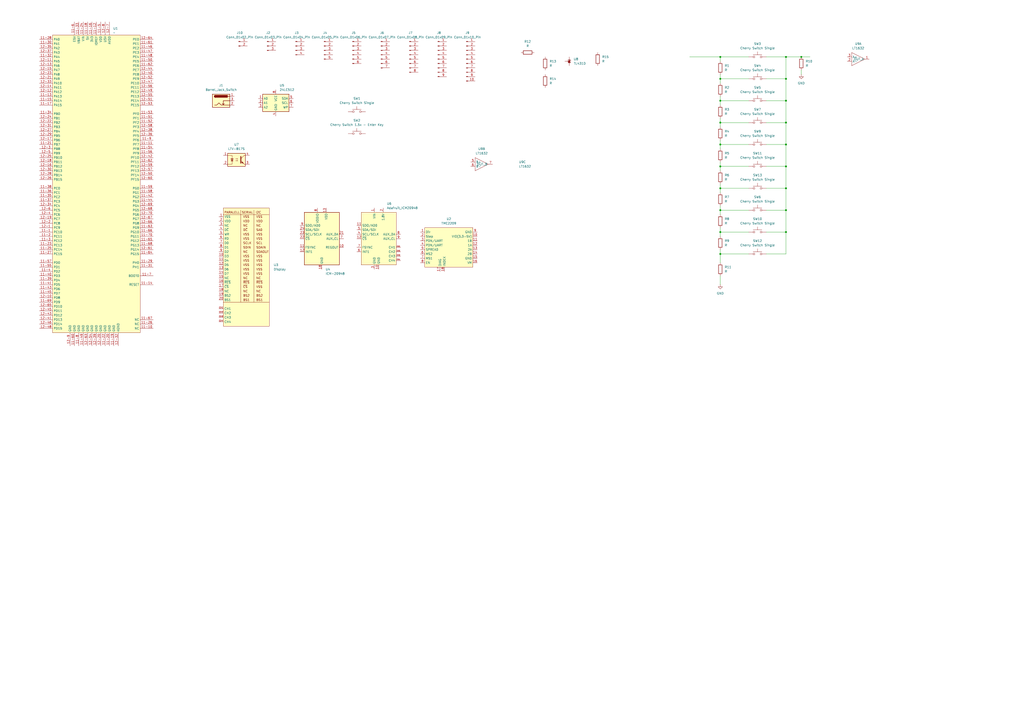
<source format=kicad_sch>
(kicad_sch (version 20250114) (generator "eeschema") (generator_version "9.0")
  (paper "A2")
  (lib_symbols
    (symbol "Connector:Barrel_Jack_Switch" (pin_names (hide yes))
      (property "Reference" "J" (at 0 5.334 0))
      (property "Value" "Barrel_Jack_Switch" (at 0 -5.08 0))
      (symbol "Barrel_Jack_Switch_1_1"
        (pin passive line (at 7.62 2.54 180) (length 2.54) (name "~") (number "1"))
        (pin passive line (at 7.62 0 180) (length 2.54) (name "~") (number "3"))
        (pin passive line (at 7.62 -2.54 180) (length 2.54) (name "~") (number "2"))
      )
    )
    (symbol "Connector:Conn_01x02_Pin" (pin_names (offset 1.016) (hide yes))
      (property "Reference" "J" (at 0 2.54 0))
      (property "Value" "Conn_01x02_Pin" (at 0 -5.08 0))
      (symbol "Conn_01x02_Pin_1_1"
        (pin passive line (at 5.08 0 180) (length 3.81) (name "Pin_1") (number "1"))
        (pin passive line (at 5.08 -2.54 180) (length 3.81) (name "Pin_2") (number "2"))
      )
    )
    (symbol "Connector:Conn_01x03_Pin" (pin_names (offset 1.016) (hide yes))
      (property "Reference" "J" (at 0 5.08 0))
      (property "Value" "Conn_01x03_Pin" (at 0 -5.08 0))
      (symbol "Conn_01x03_Pin_1_1"
        (pin passive line (at 5.08 2.54 180) (length 3.81) (name "Pin_1") (number "1"))
        (pin passive line (at 5.08 0 180) (length 3.81) (name "Pin_2") (number "2"))
        (pin passive line (at 5.08 -2.54 180) (length 3.81) (name "Pin_3") (number "3"))
      )
    )
    (symbol "Connector:Conn_01x04_Pin" (pin_names (offset 1.016) (hide yes))
      (property "Reference" "J" (at 0 5.08 0))
      (property "Value" "Conn_01x04_Pin" (at 0 -7.62 0))
      (symbol "Conn_01x04_Pin_1_1"
        (pin passive line (at 5.08 2.54 180) (length 3.81) (name "Pin_1") (number "1"))
        (pin passive line (at 5.08 0 180) (length 3.81) (name "Pin_2") (number "2"))
        (pin passive line (at 5.08 -2.54 180) (length 3.81) (name "Pin_3") (number "3"))
        (pin passive line (at 5.08 -5.08 180) (length 3.81) (name "Pin_4") (number "4"))
      )
    )
    (symbol "Connector:Conn_01x05_Pin" (pin_names (offset 1.016) (hide yes))
      (property "Reference" "J" (at 0 7.62 0))
      (property "Value" "Conn_01x05_Pin" (at 0 -7.62 0))
      (symbol "Conn_01x05_Pin_1_1"
        (pin passive line (at 5.08 5.08 180) (length 3.81) (name "Pin_1") (number "1"))
        (pin passive line (at 5.08 2.54 180) (length 3.81) (name "Pin_2") (number "2"))
        (pin passive line (at 5.08 0 180) (length 3.81) (name "Pin_3") (number "3"))
        (pin passive line (at 5.08 -2.54 180) (length 3.81) (name "Pin_4") (number "4"))
        (pin passive line (at 5.08 -5.08 180) (length 3.81) (name "Pin_5") (number "5"))
      )
    )
    (symbol "Connector:Conn_01x06_Pin" (pin_names (offset 1.016) (hide yes))
      (property "Reference" "J" (at 0 7.62 0))
      (property "Value" "Conn_01x06_Pin" (at 0 -10.16 0))
      (symbol "Conn_01x06_Pin_1_1"
        (pin passive line (at 5.08 5.08 180) (length 3.81) (name "Pin_1") (number "1"))
        (pin passive line (at 5.08 2.54 180) (length 3.81) (name "Pin_2") (number "2"))
        (pin passive line (at 5.08 0 180) (length 3.81) (name "Pin_3") (number "3"))
        (pin passive line (at 5.08 -2.54 180) (length 3.81) (name "Pin_4") (number "4"))
        (pin passive line (at 5.08 -5.08 180) (length 3.81) (name "Pin_5") (number "5"))
        (pin passive line (at 5.08 -7.62 180) (length 3.81) (name "Pin_6") (number "6"))
      )
    )
    (symbol "Connector:Conn_01x07_Pin" (pin_names (offset 1.016) (hide yes))
      (property "Reference" "J" (at 0 10.16 0))
      (property "Value" "Conn_01x07_Pin" (at 0 -10.16 0))
      (symbol "Conn_01x07_Pin_1_1"
        (pin passive line (at 5.08 7.62 180) (length 3.81) (name "Pin_1") (number "1"))
        (pin passive line (at 5.08 5.08 180) (length 3.81) (name "Pin_2") (number "2"))
        (pin passive line (at 5.08 2.54 180) (length 3.81) (name "Pin_3") (number "3"))
        (pin passive line (at 5.08 0 180) (length 3.81) (name "Pin_4") (number "4"))
        (pin passive line (at 5.08 -2.54 180) (length 3.81) (name "Pin_5") (number "5"))
        (pin passive line (at 5.08 -5.08 180) (length 3.81) (name "Pin_6") (number "6"))
        (pin passive line (at 5.08 -7.62 180) (length 3.81) (name "Pin_7") (number "7"))
      )
    )
    (symbol "Connector:Conn_01x08_Pin" (pin_names (offset 1.016) (hide yes))
      (property "Reference" "J" (at 0 10.16 0))
      (property "Value" "Conn_01x08_Pin" (at 0 -12.7 0))
      (symbol "Conn_01x08_Pin_1_1"
        (pin passive line (at 5.08 7.62 180) (length 3.81) (name "Pin_1") (number "1"))
        (pin passive line (at 5.08 5.08 180) (length 3.81) (name "Pin_2") (number "2"))
        (pin passive line (at 5.08 2.54 180) (length 3.81) (name "Pin_3") (number "3"))
        (pin passive line (at 5.08 0 180) (length 3.81) (name "Pin_4") (number "4"))
        (pin passive line (at 5.08 -2.54 180) (length 3.81) (name "Pin_5") (number "5"))
        (pin passive line (at 5.08 -5.08 180) (length 3.81) (name "Pin_6") (number "6"))
        (pin passive line (at 5.08 -7.62 180) (length 3.81) (name "Pin_7") (number "7"))
        (pin passive line (at 5.08 -10.16 180) (length 3.81) (name "Pin_8") (number "8"))
      )
    )
    (symbol "Connector:Conn_01x09_Pin" (pin_names (offset 1.016) (hide yes))
      (property "Reference" "J" (at 0 12.7 0))
      (property "Value" "Conn_01x09_Pin" (at 0 -12.7 0))
      (symbol "Conn_01x09_Pin_1_1"
        (pin passive line (at 5.08 10.16 180) (length 3.81) (name "Pin_1") (number "1"))
        (pin passive line (at 5.08 7.62 180) (length 3.81) (name "Pin_2") (number "2"))
        (pin passive line (at 5.08 5.08 180) (length 3.81) (name "Pin_3") (number "3"))
        (pin passive line (at 5.08 2.54 180) (length 3.81) (name "Pin_4") (number "4"))
        (pin passive line (at 5.08 0 180) (length 3.81) (name "Pin_5") (number "5"))
        (pin passive line (at 5.08 -2.54 180) (length 3.81) (name "Pin_6") (number "6"))
        (pin passive line (at 5.08 -5.08 180) (length 3.81) (name "Pin_7") (number "7"))
        (pin passive line (at 5.08 -7.62 180) (length 3.81) (name "Pin_8") (number "8"))
        (pin passive line (at 5.08 -10.16 180) (length 3.81) (name "Pin_9") (number "9"))
      )
    )
    (symbol "Connector:Conn_01x10_Pin" (pin_names (offset 1.016) (hide yes))
      (property "Reference" "J" (at 0 12.7 0))
      (property "Value" "Conn_01x10_Pin" (at 0 -15.24 0))
      (symbol "Conn_01x10_Pin_1_1"
        (pin passive line (at 5.08 10.16 180) (length 3.81) (name "Pin_1") (number "1"))
        (pin passive line (at 5.08 7.62 180) (length 3.81) (name "Pin_2") (number "2"))
        (pin passive line (at 5.08 5.08 180) (length 3.81) (name "Pin_3") (number "3"))
        (pin passive line (at 5.08 2.54 180) (length 3.81) (name "Pin_4") (number "4"))
        (pin passive line (at 5.08 0 180) (length 3.81) (name "Pin_5") (number "5"))
        (pin passive line (at 5.08 -2.54 180) (length 3.81) (name "Pin_6") (number "6"))
        (pin passive line (at 5.08 -5.08 180) (length 3.81) (name "Pin_7") (number "7"))
        (pin passive line (at 5.08 -7.62 180) (length 3.81) (name "Pin_8") (number "8"))
        (pin passive line (at 5.08 -10.16 180) (length 3.81) (name "Pin_9") (number "9"))
        (pin passive line (at 5.08 -12.7 180) (length 3.81) (name "Pin_10") (number "10"))
      )
    )
    (symbol "Device:R" (pin_numbers (hide yes)) (pin_names (offset 0))
      (property "Reference" "R" (at 2.032 0 90))
      (property "Value" "R" (at 0 0 90))
      (symbol "R_1_1"
        (pin passive line (at 0 3.81 270) (length 1.27) (name "~") (number "1"))
        (pin passive line (at 0 -3.81 90) (length 1.27) (name "~") (number "2"))
      )
    )
    (symbol "Isolator:LTV-817S" (pin_names (offset 1.016))
      (property "Reference" "U" (at -3.81 5.08 0))
      (property "Value" "LTV-817S" (at 0 -5.08 0))
      (symbol "LTV-817S_1_1"
        (pin passive line (at -7.62 2.54 0) (length 2.54) (name "~") (number "1"))
        (pin passive line (at -7.62 -2.54 0) (length 2.54) (name "~") (number "2"))
        (pin passive line (at 7.62 2.54 180) (length 2.54) (name "~") (number "4"))
        (pin passive line (at 7.62 -2.54 180) (length 2.54) (name "~") (number "3"))
      )
    )
    (symbol "LT1632_1"
      (property "Reference" "U" (at 0.508 9.144 0))
      (property "Value" "LT1632" (at 0 0 0))
      (symbol "LT1632_1_1_1"
        (pin input line (at -2.54 5.08 0) (length 2.54) (name "A+") (number "3"))
        (pin input line (at -2.54 2.54 0) (length 2.54) (name "A-") (number "2"))
        (pin output line (at 10.16 3.81 180) (length 2.54) (name "OUT_A") (number "1"))
      )
      (symbol "LT1632_1_2_1"
        (pin input line (at -2.54 5.08 0) (length 2.54) (name "B+") (number "5"))
        (pin input line (at -2.54 2.54 0) (length 2.54) (name "B-") (number "6"))
        (pin output line (at 10.16 3.81 180) (length 2.54) (name "OUT_B") (number "7"))
      )
      (symbol "LT1632_1_3_1"
        (pin power_in line (at 2.54 8.89 270) (length 2.54) (hide yes) (name "V+") (number "8"))
        (pin power_in line (at 2.54 -1.27 90) (length 2.54) (hide yes) (name "V-") (number "4"))
      )
    )
    (symbol "Memory_EEPROM:24LC512"
      (property "Reference" "U" (at -6.35 6.35 0))
      (property "Value" "24LC512" (at 1.27 6.35 0))
      (symbol "24LC512_1_1"
        (pin input line (at -10.16 2.54 0) (length 2.54) (name "A0") (number "1"))
        (pin input line (at -10.16 0 0) (length 2.54) (name "A1") (number "2"))
        (pin input line (at -10.16 -2.54 0) (length 2.54) (name "A2") (number "3"))
        (pin power_in line (at 0 7.62 270) (length 2.54) (name "VCC") (number "8"))
        (pin power_in line (at 0 -7.62 90) (length 2.54) (name "GND") (number "4"))
        (pin bidirectional line (at 10.16 2.54 180) (length 2.54) (name "SDA") (number "5"))
        (pin input line (at 10.16 0 180) (length 2.54) (name "SCL") (number "6"))
        (pin input line (at 10.16 -2.54 180) (length 2.54) (name "WP") (number "7"))
      )
    )
    (symbol "Reference_Voltage:TL431D" (pin_numbers (hide yes)) (pin_names (hide yes))
      (property "Reference" "U" (at 0 -2.54 0))
      (property "Value" "TL431D" (at 0 -4.445 0))
      (symbol "TL431D_1_1"
        (pin passive line (at -2.54 0 0) (length 2.54) (name "A") (number "2"))
        (pin passive line (at -2.54 0 0) (length 2.54) (hide yes) (name "A") (number "3"))
        (pin passive line (at -2.54 0 0) (length 2.54) (hide yes) (name "A") (number "6"))
        (pin passive line (at -2.54 0 0) (length 2.54) (hide yes) (name "A") (number "7"))
        (pin passive line (at 0 2.54 270) (length 2.54) (name "REF") (number "8"))
        (pin passive line (at 2.54 0 180) (length 2.54) (name "K") (number "1"))
      )
    )
    (symbol "Sensor_Motion:ICM-20948"
      (property "Reference" "U" (at -11.43 16.51 0))
      (property "Value" "ICM-20948" (at 7.62 -16.51 0))
      (symbol "ICM-20948_1_1"
        (pin bidirectional line (at -12.7 7.62 0) (length 2.54) (name "SDO/AD0") (number "9"))
        (pin bidirectional line (at -12.7 5.08 0) (length 2.54) (name "SDA/SDI") (number "24"))
        (pin input line (at -12.7 2.54 0) (length 2.54) (name "SCL/SCLK") (number "23"))
        (pin input line (at -12.7 0 0) (length 2.54) (name "~{CS}") (number "22"))
        (pin input line (at -12.7 -5.08 0) (length 2.54) (name "FSYNC") (number "11"))
        (pin output line (at -12.7 -7.62 0) (length 2.54) (name "INT1") (number "12"))
        (pin no_connect line (at -10.16 12.7 0) (length 2.54) (hide yes) (name "NC") (number "1"))
        (pin no_connect line (at -10.16 10.16 0) (length 2.54) (hide yes) (name "NC") (number "2"))
        (pin no_connect line (at -10.16 -2.54 0) (length 2.54) (hide yes) (name "NC") (number "3"))
        (pin no_connect line (at -10.16 -10.16 0) (length 2.54) (hide yes) (name "NC") (number "4"))
        (pin no_connect line (at -10.16 -12.7 0) (length 2.54) (hide yes) (name "NC") (number "5"))
        (pin power_in line (at -2.54 17.78 270) (length 2.54) (name "VDDIO") (number "8"))
        (pin power_in line (at 0 -17.78 90) (length 2.54) (name "GND") (number "18"))
        (pin passive line (at 0 -17.78 90) (length 2.54) (hide yes) (name "GND") (number "20"))
        (pin power_in line (at 2.54 17.78 270) (length 2.54) (name "VDD") (number "13"))
        (pin no_connect line (at 10.16 10.16 180) (length 2.54) (hide yes) (name "NC") (number "6"))
        (pin no_connect line (at 10.16 7.62 180) (length 2.54) (hide yes) (name "NC") (number "14"))
        (pin no_connect line (at 10.16 5.08 180) (length 2.54) (hide yes) (name "NC") (number "15"))
        (pin no_connect line (at 10.16 -7.62 180) (length 2.54) (hide yes) (name "NC") (number "16"))
        (pin no_connect line (at 10.16 -10.16 180) (length 2.54) (hide yes) (name "NC") (number "17"))
        (pin no_connect line (at 10.16 -12.7 180) (length 2.54) (hide yes) (name "RESV") (number "19"))
        (pin bidirectional line (at 12.7 2.54 180) (length 2.54) (name "AUX_DA") (number "21"))
        (pin output line (at 12.7 0 180) (length 2.54) (name "AUX_CL") (number "7"))
        (pin passive line (at 12.7 -5.08 180) (length 2.54) (name "REGOUT") (number "10"))
      )
    )
    (symbol "Switch:SW_Push" (pin_numbers (hide yes)) (pin_names (offset 1.016) (hide yes))
      (property "Reference" "SW" (at 1.27 2.54 0))
      (property "Value" "SW_Push" (at 0 -1.524 0))
      (symbol "SW_Push_0_1"
        (pin passive line (at -5.08 0 0) (length 2.54) (name "1") (number "1"))
        (pin passive line (at 5.08 0 180) (length 2.54) (name "2") (number "2"))
      )
    )
    (symbol "SymbolLib:Adafruit_ICM20948"
      (property "Reference" "U" (at 1.016 31.75 0))
      (property "Value" "Adafruit_ICM20948" (at 0 0 0))
      (symbol "Adafruit_ICM20948_1_1"
        (pin input line (at -2.54 22.86 0) (length 2.54) (name "SDO/AD0") (number "11"))
        (pin input line (at -2.54 20.32 0) (length 2.54) (name "SDA/SDI") (number "5"))
        (pin input line (at -2.54 17.78 0) (length 2.54) (name "SCL/SCLK") (number "4"))
        (pin input line (at -2.54 15.24 0) (length 2.54) (name "~{CS}") (number "12"))
        (pin input line (at -2.54 10.16 0) (length 2.54) (name "FSYNC") (number "7"))
        (pin input line (at -2.54 7.62 0) (length 2.54) (name "INT1") (number "6"))
        (pin input line (at 7.62 33.02 270) (length 2.54) (name "VIN") (number "1"))
        (pin input line (at 7.62 -2.54 90) (length 2.54) (name "GND") (number "3"))
        (pin input line (at 10.16 -2.54 90) (length 2.54) (name "GND") (number "10"))
        (pin input line (at 12.7 33.02 270) (length 2.54) (name "1.8V") (number "2"))
        (pin input line (at 22.86 17.78 180) (length 2.54) (name "AUX_DA") (number "8"))
        (pin input line (at 22.86 15.24 180) (length 2.54) (name "AUX_CL") (number "9"))
        (pin input line (at 22.86 10.16 180) (length 2.54) (name "CH1") (number "CH1"))
        (pin input line (at 22.86 7.62 180) (length 2.54) (name "CH2") (number "CH2"))
        (pin input line (at 22.86 5.08 180) (length 2.54) (name "CH3") (number "CH3"))
        (pin input line (at 22.86 2.54 180) (length 2.54) (name "CH4") (number "CH4"))
      )
    )
    (symbol "SymbolLib:LT1632"
      (property "Reference" "U" (at 0.508 9.144 0))
      (property "Value" "LT1632" (at 0 0 0))
      (symbol "LT1632_1_1"
        (pin input line (at -2.54 5.08 0) (length 2.54) (name "A+") (number "3"))
        (pin input line (at -2.54 2.54 0) (length 2.54) (name "A-") (number "2"))
        (pin output line (at 10.16 3.81 180) (length 2.54) (name "OUT_A") (number "1"))
      )
      (symbol "LT1632_2_1"
        (pin input line (at -2.54 5.08 0) (length 2.54) (name "B+") (number "5"))
        (pin input line (at -2.54 2.54 0) (length 2.54) (name "B-") (number "6"))
        (pin output line (at 10.16 3.81 180) (length 2.54) (name "OUT_B") (number "7"))
      )
      (symbol "LT1632_3_1"
        (pin power_in line (at 2.54 8.89 270) (length 2.54) (hide yes) (name "V+") (number "8"))
        (pin power_in line (at 2.54 -1.27 90) (length 2.54) (hide yes) (name "V-") (number "4"))
      )
    )
    (symbol "SymbolLib:NHD-2.23-12832UCB3"
      (property "Reference" "U" (at 20.32 72.39 0))
      (property "Value" "Display" (at 22.86 69.85 0))
      (symbol "NHD-2.23-12832UCB3_1_1"
        (text "PARALELL" (at 5.08 66.04 0) (effects (font (size 1.27 1.27))))
        (text "VSS" (at 11.43 63.5 0) (effects (font (size 1.27 1.27)) (justify left)))
        (text "VDD" (at 11.43 60.96 0) (effects (font (size 1.27 1.27)) (justify left)))
        (text "NC" (at 11.43 58.42 0) (effects (font (size 1.27 1.27)) (justify left)))
        (text "D~{C}" (at 11.43 55.88 0) (effects (font (size 1.27 1.27)) (justify left)))
        (text "VSS" (at 11.43 53.34 0) (effects (font (size 1.27 1.27)) (justify left)))
        (text "VSS" (at 11.43 50.8 0) (effects (font (size 1.27 1.27)) (justify left)))
        (text "SCLK" (at 11.43 48.26 0) (effects (font (size 1.27 1.27)) (justify left)))
        (text "SDIN" (at 11.43 45.72 0) (effects (font (size 1.27 1.27)) (justify left)))
        (text "NC" (at 11.43 43.18 0) (effects (font (size 1.27 1.27)) (justify left)))
        (text "VSS" (at 11.43 40.64 0) (effects (font (size 1.27 1.27)) (justify left)))
        (text "VSS" (at 11.43 38.1 0) (effects (font (size 1.27 1.27)) (justify left)))
        (text "VSS" (at 11.43 35.56 0) (effects (font (size 1.27 1.27)) (justify left)))
        (text "VSS" (at 11.43 33.02 0) (effects (font (size 1.27 1.27)) (justify left)))
        (text "VSS" (at 11.43 30.48 0) (effects (font (size 1.27 1.27)) (justify left)))
        (text "NC" (at 11.43 27.94 0) (effects (font (size 1.27 1.27)) (justify left)))
        (text "~{RES}" (at 11.43 25.4 0) (effects (font (size 1.27 1.27)) (justify left)))
        (text "~{CS}" (at 11.43 22.86 0) (effects (font (size 1.27 1.27)) (justify left)))
        (text "NC" (at 11.43 20.32 0) (effects (font (size 1.27 1.27)) (justify left)))
        (text "BS2" (at 11.43 17.78 0) (effects (font (size 1.27 1.27)) (justify left)))
        (text "BS1" (at 11.43 15.24 0) (effects (font (size 1.27 1.27)) (justify left)))
        (text "SERIAL" (at 13.97 66.04 0) (effects (font (size 1.27 1.27))))
        (text "VSS" (at 19.05 63.5 0) (effects (font (size 1.27 1.27)) (justify left)))
        (text "VDD" (at 19.05 60.96 0) (effects (font (size 1.27 1.27)) (justify left)))
        (text "NC" (at 19.05 58.42 0) (effects (font (size 1.27 1.27)) (justify left)))
        (text "SA0" (at 19.05 55.88 0) (effects (font (size 1.27 1.27)) (justify left)))
        (text "VSS" (at 19.05 53.34 0) (effects (font (size 1.27 1.27)) (justify left)))
        (text "VSS" (at 19.05 50.8 0) (effects (font (size 1.27 1.27)) (justify left)))
        (text "SCL" (at 19.05 48.26 0) (effects (font (size 1.27 1.27)) (justify left)))
        (text "SDAIN" (at 19.05 45.72 0) (effects (font (size 1.27 1.27)) (justify left)))
        (text "SDAOUT" (at 19.05 43.18 0) (effects (font (size 1.27 1.27)) (justify left)))
        (text "VSS" (at 19.05 40.64 0) (effects (font (size 1.27 1.27)) (justify left)))
        (text "VSS" (at 19.05 38.1 0) (effects (font (size 1.27 1.27)) (justify left)))
        (text "VSS" (at 19.05 35.56 0) (effects (font (size 1.27 1.27)) (justify left)))
        (text "VSS" (at 19.05 33.02 0) (effects (font (size 1.27 1.27)) (justify left)))
        (text "VSS" (at 19.05 30.48 0) (effects (font (size 1.27 1.27)) (justify left)))
        (text "NC" (at 19.05 27.94 0) (effects (font (size 1.27 1.27)) (justify left)))
        (text "~{RES}" (at 19.05 25.4 0) (effects (font (size 1.27 1.27)) (justify left)))
        (text "VSS" (at 19.05 22.86 0) (effects (font (size 1.27 1.27)) (justify left)))
        (text "NC" (at 19.05 20.32 0) (effects (font (size 1.27 1.27)) (justify left)))
        (text "BS2" (at 19.05 17.78 0) (effects (font (size 1.27 1.27)) (justify left)))
        (text "BS1" (at 19.05 15.24 0) (effects (font (size 1.27 1.27)) (justify left)))
        (text "I2C" (at 20.32 66.04 0) (effects (font (size 1.27 1.27))))
        (pin passive line (at -2.54 63.5 0) (length 2.54) (name "VSS") (number "1"))
        (pin passive line (at -2.54 60.96 0) (length 2.54) (name "VDD") (number "2"))
        (pin passive line (at -2.54 58.42 0) (length 2.54) (name "NC") (number "3"))
        (pin passive line (at -2.54 55.88 0) (length 2.54) (name "D~{C}") (number "4"))
        (pin passive line (at -2.54 53.34 0) (length 2.54) (name "WR") (number "5"))
        (pin passive line (at -2.54 50.8 0) (length 2.54) (name "RD") (number "6"))
        (pin passive line (at -2.54 48.26 0) (length 2.54) (name "D0") (number "7"))
        (pin passive line (at -2.54 45.72 0) (length 2.54) (name "D1") (number "8"))
        (pin passive line (at -2.54 43.18 0) (length 2.54) (name "D2") (number "9"))
        (pin passive line (at -2.54 40.64 0) (length 2.54) (name "D3") (number "10"))
        (pin passive line (at -2.54 38.1 0) (length 2.54) (name "D4") (number "11"))
        (pin passive line (at -2.54 35.56 0) (length 2.54) (name "D5") (number "12"))
        (pin passive line (at -2.54 33.02 0) (length 2.54) (name "D6") (number "13"))
        (pin passive line (at -2.54 30.48 0) (length 2.54) (name "D7") (number "14"))
        (pin passive line (at -2.54 27.94 0) (length 2.54) (name "NC") (number "15"))
        (pin passive line (at -2.54 25.4 0) (length 2.54) (name "~{RES}") (number "16"))
        (pin passive line (at -2.54 22.86 0) (length 2.54) (name "~{CS}") (number "17"))
        (pin passive line (at -2.54 20.32 0) (length 2.54) (name "NC") (number "18"))
        (pin passive line (at -2.54 17.78 0) (length 2.54) (name "BS2") (number "19"))
        (pin passive line (at -2.54 15.24 0) (length 2.54) (name "BS1") (number "20"))
        (pin passive line (at -2.54 10.16 0) (length 2.54) (name "CH1") (number "CH1"))
        (pin passive line (at -2.54 7.62 0) (length 2.54) (name "CH2") (number "CH2"))
        (pin passive line (at -2.54 5.08 0) (length 2.54) (name "CH3") (number "CH3"))
        (pin passive line (at -2.54 2.54 0) (length 2.54) (name "CH4") (number "CH4"))
      )
    )
    (symbol "SymbolLib:NUCLEO-F767ZI"
      (property "Reference" "U" (at 38.1 175.26 0))
      (symbol "NUCLEO-F767ZI_1_1"
        (pin passive line (at -7.62 170.18 0) (length 7.62) (name "PA0") (number "11-28"))
        (pin passive line (at -7.62 167.64 0) (length 7.62) (name "PA1") (number "11-30"))
        (pin passive line (at -7.62 165.1 0) (length 7.62) (name "PA2") (number "12-35"))
        (pin passive line (at -7.62 162.56 0) (length 7.62) (name "PA3") (number "12-37"))
        (pin passive line (at -7.62 160.02 0) (length 7.62) (name "PA4") (number "11-32"))
        (pin passive line (at -7.62 157.48 0) (length 7.62) (name "PA5") (number "12-11"))
        (pin passive line (at -7.62 154.94 0) (length 7.62) (name "PA6") (number "12-13"))
        (pin passive line (at -7.62 152.4 0) (length 7.62) (name "PA7") (number "12-15"))
        (pin passive line (at -7.62 149.86 0) (length 7.62) (name "PA8") (number "12-23"))
        (pin passive line (at -7.62 147.32 0) (length 7.62) (name "PA9") (number "12-21"))
        (pin passive line (at -7.62 144.78 0) (length 7.62) (name "PA10") (number "12-33"))
        (pin passive line (at -7.62 142.24 0) (length 7.62) (name "PA11") (number "12-14"))
        (pin passive line (at -7.62 139.7 0) (length 7.62) (name "PA12") (number "12-12"))
        (pin passive line (at -7.62 137.16 0) (length 7.62) (name "PA13") (number "11-13"))
        (pin passive line (at -7.62 134.62 0) (length 7.62) (name "PA14") (number "11-15"))
        (pin passive line (at -7.62 132.08 0) (length 7.62) (name "PA15") (number "11-17"))
        (pin passive line (at -7.62 127 0) (length 7.62) (name "PB0") (number "11-34"))
        (pin passive line (at -7.62 124.46 0) (length 7.62) (name "PB1") (number "12-24"))
        (pin passive line (at -7.62 121.92 0) (length 7.62) (name "PB2") (number "12-22"))
        (pin passive line (at -7.62 119.38 0) (length 7.62) (name "PB3") (number "12-31"))
        (pin passive line (at -7.62 116.84 0) (length 7.62) (name "PB4") (number "12-27"))
        (pin passive line (at -7.62 114.3 0) (length 7.62) (name "PB5") (number "12-29"))
        (pin passive line (at -7.62 111.76 0) (length 7.62) (name "PB6") (number "12-17"))
        (pin passive line (at -7.62 109.22 0) (length 7.62) (name "PB7") (number "11-21"))
        (pin passive line (at -7.62 106.68 0) (length 7.62) (name "PB8") (number "12-3"))
        (pin passive line (at -7.62 104.14 0) (length 7.62) (name "PB9") (number "12-5"))
        (pin passive line (at -7.62 101.6 0) (length 7.62) (name "PB10") (number "12-25"))
        (pin passive line (at -7.62 99.06 0) (length 7.62) (name "PB11") (number "12-18"))
        (pin passive line (at -7.62 96.52 0) (length 7.62) (name "PB12") (number "12-16"))
        (pin passive line (at -7.62 93.98 0) (length 7.62) (name "PB13") (number "12-30"))
        (pin passive line (at -7.62 91.44 0) (length 7.62) (name "PB14") (number "12-28"))
        (pin passive line (at -7.62 88.9 0) (length 7.62) (name "PB15") (number "12-26"))
        (pin passive line (at -7.62 83.82 0) (length 7.62) (name "PC0") (number "11-38"))
        (pin passive line (at -7.62 81.28 0) (length 7.62) (name "PC1") (number "11-36"))
        (pin passive line (at -7.62 78.74 0) (length 7.62) (name "PC2") (number "11-35"))
        (pin passive line (at -7.62 76.2 0) (length 7.62) (name "PC3") (number "11-37"))
        (pin passive line (at -7.62 73.66 0) (length 7.62) (name "PC4") (number "12-34"))
        (pin passive line (at -7.62 71.12 0) (length 7.62) (name "PC5") (number "12-6"))
        (pin passive line (at -7.62 68.58 0) (length 7.62) (name "PC6") (number "12-4"))
        (pin passive line (at -7.62 66.04 0) (length 7.62) (name "PC7") (number "12-19"))
        (pin passive line (at -7.62 63.5 0) (length 7.62) (name "PC8") (number "12-2"))
        (pin passive line (at -7.62 60.96 0) (length 7.62) (name "PC9") (number "12-1"))
        (pin passive line (at -7.62 58.42 0) (length 7.62) (name "PC10") (number "11-1"))
        (pin passive line (at -7.62 55.88 0) (length 7.62) (name "PC11") (number "11-2"))
        (pin passive line (at -7.62 53.34 0) (length 7.62) (name "PC12") (number "11-3"))
        (pin passive line (at -7.62 50.8 0) (length 7.62) (name "PC13") (number "11-23"))
        (pin passive line (at -7.62 48.26 0) (length 7.62) (name "PC14") (number "11-25"))
        (pin passive line (at -7.62 45.72 0) (length 7.62) (name "PC15") (number "11-27"))
        (pin passive line (at -7.62 40.64 0) (length 7.62) (name "PD0") (number "11-57"))
        (pin passive line (at -7.62 38.1 0) (length 7.62) (name "PD1") (number "11-55"))
        (pin passive line (at -7.62 35.56 0) (length 7.62) (name "PD2") (number "11-4"))
        (pin passive line (at -7.62 33.02 0) (length 7.62) (name "PD3") (number "11-40"))
        (pin passive line (at -7.62 30.48 0) (length 7.62) (name "PD4") (number "11-39"))
        (pin passive line (at -7.62 27.94 0) (length 7.62) (name "PD5") (number "11-41"))
        (pin passive line (at -7.62 25.4 0) (length 7.62) (name "PD6") (number "11-43"))
        (pin passive line (at -7.62 22.86 0) (length 7.62) (name "PD7") (number "11-45"))
        (pin passive line (at -7.62 20.32 0) (length 7.62) (name "PD8") (number "12-10"))
        (pin passive line (at -7.62 17.78 0) (length 7.62) (name "PD9") (number "11-69"))
        (pin passive line (at -7.62 15.24 0) (length 7.62) (name "PD10") (number "12-65"))
        (pin passive line (at -7.62 12.7 0) (length 7.62) (name "PD11") (number "12-45"))
        (pin passive line (at -7.62 10.16 0) (length 7.62) (name "PD12") (number "12-43"))
        (pin passive line (at -7.62 7.62 0) (length 7.62) (name "PD13") (number "12-41"))
        (pin passive line (at -7.62 5.08 0) (length 7.62) (name "PD14") (number "12-46"))
        (pin passive line (at -7.62 2.54 0) (length 7.62) (name "PD15") (number "12-48"))
        (pin passive line (at 10.16 -7.62 90) (length 7.62) (name "GND") (number "12-9"))
        (pin passive line (at 12.7 180.34 270) (length 7.62) (name "E5V") (number "11-6"))
        (pin passive line (at 12.7 -7.62 90) (length 7.62) (name "GND") (number "11-60"))
        (pin passive line (at 15.24 180.34 270) (length 7.62) (name "VBAT") (number "11-33"))
        (pin passive line (at 15.24 -7.62 90) (length 7.62) (name "GND") (number "11-8"))
        (pin passive line (at 17.78 180.34 270) (length 7.62) (name "VIN") (number "11-24"))
        (pin passive line (at 17.78 -7.62 90) (length 7.62) (name "GND") (number "11-49"))
        (pin passive line (at 20.32 180.34 270) (length 7.62) (name "5V") (number "11-18"))
        (pin passive line (at 20.32 -7.62 90) (length 7.62) (name "GND") (number "12-63"))
        (pin passive line (at 22.86 180.34 270) (length 7.62) (name "3V3") (number "11-16"))
        (pin passive line (at 22.86 -7.62 90) (length 7.62) (name "GND") (number "12-54"))
        (pin passive line (at 25.4 180.34 270) (length 7.62) (name "IOREF") (number "11-12"))
        (pin passive line (at 25.4 -7.62 90) (length 7.62) (name "GND") (number "12-39"))
        (pin passive line (at 27.94 180.34 270) (length 7.62) (name "VDD") (number "11-5"))
        (pin passive line (at 27.94 -7.62 90) (length 7.62) (name "GND") (number "12-20"))
        (pin passive line (at 30.48 180.34 270) (length 7.62) (name "U5V") (number "12-8"))
        (pin passive line (at 30.48 -7.62 90) (length 7.62) (name "GND") (number "11-22"))
        (pin passive line (at 33.02 180.34 270) (length 7.62) (name "AVDD") (number "12-7"))
        (pin passive line (at 33.02 -7.62 90) (length 7.62) (name "GND") (number "11-20"))
        (pin passive line (at 35.56 -7.62 90) (length 7.62) (name "GND") (number "11-19"))
        (pin passive line (at 38.1 -7.62 90) (length 7.62) (name "AGND") (number "12-32"))
        (pin passive line (at 58.42 170.18 180) (length 7.62) (name "PE0") (number "12-64"))
        (pin passive line (at 58.42 167.64 180) (length 7.62) (name "PE1") (number "11-61"))
        (pin passive line (at 58.42 165.1 180) (length 7.62) (name "PE2") (number "11-46"))
        (pin passive line (at 58.42 162.56 180) (length 7.62) (name "PE3") (number "11-47"))
        (pin passive line (at 58.42 160.02 180) (length 7.62) (name "PE4") (number "11-48"))
        (pin passive line (at 58.42 157.48 180) (length 7.62) (name "PE5") (number "11-50"))
        (pin passive line (at 58.42 154.94 180) (length 7.62) (name "PE6") (number "11-62"))
        (pin passive line (at 58.42 152.4 180) (length 7.62) (name "PE7") (number "12-44"))
        (pin passive line (at 58.42 149.86 180) (length 7.62) (name "PE8") (number "12-40"))
        (pin passive line (at 58.42 147.32 180) (length 7.62) (name "PE9") (number "12-52"))
        (pin passive line (at 58.42 144.78 180) (length 7.62) (name "PE10") (number "12-47"))
        (pin passive line (at 58.42 142.24 180) (length 7.62) (name "PE11") (number "12-56"))
        (pin passive line (at 58.42 139.7 180) (length 7.62) (name "PE12") (number "12-49"))
        (pin passive line (at 58.42 137.16 180) (length 7.62) (name "PE13") (number "12-55"))
        (pin passive line (at 58.42 134.62 180) (length 7.62) (name "PE14") (number "12-51"))
        (pin passive line (at 58.42 132.08 180) (length 7.62) (name "PE15") (number "12-53"))
        (pin passive line (at 58.42 127 180) (length 7.62) (name "PF0") (number "11-53"))
        (pin passive line (at 58.42 124.46 180) (length 7.62) (name "PF1") (number "11-51"))
        (pin passive line (at 58.42 121.92 180) (length 7.62) (name "PF2") (number "11-52"))
        (pin passive line (at 58.42 119.38 180) (length 7.62) (name "PF3") (number "12-58"))
        (pin passive line (at 58.42 116.84 180) (length 7.62) (name "PF4") (number "12-38"))
        (pin passive line (at 58.42 114.3 180) (length 7.62) (name "PF5") (number "12-36"))
        (pin passive line (at 58.42 111.76 180) (length 7.62) (name "PF6") (number "11-9"))
        (pin passive line (at 58.42 109.22 180) (length 7.62) (name "PF7") (number "11-11"))
        (pin passive line (at 58.42 106.68 180) (length 7.62) (name "PF8") (number "11-54"))
        (pin passive line (at 58.42 104.14 180) (length 7.62) (name "PF9") (number "11-56"))
        (pin passive line (at 58.42 101.6 180) (length 7.62) (name "PF10") (number "12-42"))
        (pin passive line (at 58.42 99.06 180) (length 7.62) (name "PF11") (number "12-62"))
        (pin passive line (at 58.42 96.52 180) (length 7.62) (name "PF12") (number "12-59"))
        (pin passive line (at 58.42 93.98 180) (length 7.62) (name "PF13") (number "12-57"))
        (pin passive line (at 58.42 91.44 180) (length 7.62) (name "PF14") (number "12-50"))
        (pin passive line (at 58.42 88.9 180) (length 7.62) (name "PF15") (number "12-60"))
        (pin passive line (at 58.42 83.82 180) (length 7.62) (name "PG0") (number "11-59"))
        (pin passive line (at 58.42 81.28 180) (length 7.62) (name "PG1") (number "11-58"))
        (pin passive line (at 58.42 78.74 180) (length 7.62) (name "PG2") (number "11-42"))
        (pin passive line (at 58.42 76.2 180) (length 7.62) (name "PG3") (number "11-44"))
        (pin passive line (at 58.42 73.66 180) (length 7.62) (name "PG4") (number "12-69"))
        (pin passive line (at 58.42 71.12 180) (length 7.62) (name "PG5") (number "12-68"))
        (pin passive line (at 58.42 68.58 180) (length 7.62) (name "PG6") (number "12-70"))
        (pin passive line (at 58.42 66.04 180) (length 7.62) (name "PG7") (number "12-67"))
        (pin passive line (at 58.42 63.5 180) (length 7.62) (name "PG8") (number "12-66"))
        (pin passive line (at 58.42 60.96 180) (length 7.62) (name "PG9") (number "11-63"))
        (pin passive line (at 58.42 58.42 180) (length 7.62) (name "PG10") (number "11-66"))
        (pin passive line (at 58.42 55.88 180) (length 7.62) (name "PG11") (number "11-70"))
        (pin passive line (at 58.42 53.34 180) (length 7.62) (name "PG12") (number "11-65"))
        (pin passive line (at 58.42 50.8 180) (length 7.62) (name "PG13") (number "11-68"))
        (pin passive line (at 58.42 48.26 180) (length 7.62) (name "PG14") (number "12-61"))
        (pin passive line (at 58.42 45.72 180) (length 7.62) (name "PG15") (number "11-64"))
        (pin passive line (at 58.42 40.64 180) (length 7.62) (name "PH0") (number "11-29"))
        (pin passive line (at 58.42 38.1 180) (length 7.62) (name "PH1") (number "11-31"))
        (pin passive line (at 58.42 33.02 180) (length 7.62) (name "BOOT0") (number "11-7"))
        (pin passive line (at 58.42 27.94 180) (length 7.62) (name "RESET") (number "11-14"))
        (pin passive line (at 58.42 7.62 180) (length 7.62) (name "NC") (number "11-67"))
        (pin passive line (at 58.42 5.08 180) (length 7.62) (name "NC") (number "11-26"))
        (pin passive line (at 58.42 2.54 180) (length 7.62) (name "NC") (number "11-10"))
      )
    )
    (symbol "SymbolLib:TMC2209_Silentstepstick"
      (property "Reference" "U" (at 25.4 24.13 0))
      (property "Value" "TMC2209" (at 0 0 0))
      (symbol "TMC2209_Silentstepstick_1_1"
        (pin passive line (at -2.54 20.32 0) (length 2.54) (name "Dir") (number "1"))
        (pin passive line (at -2.54 17.78 0) (length 2.54) (name "Step") (number "2"))
        (pin passive line (at -2.54 15.24 0) (length 2.54) (name "PDN/UART") (number "3"))
        (pin passive line (at -2.54 12.7 0) (length 2.54) (name "PDN/UART") (number "4"))
        (pin passive line (at -2.54 10.16 0) (length 2.54) (name "SPREAD") (number "5"))
        (pin passive line (at -2.54 7.62 0) (length 2.54) (name "MS2") (number "6"))
        (pin passive line (at -2.54 5.08 0) (length 2.54) (name "MS1") (number "7"))
        (pin passive line (at -2.54 2.54 0) (length 2.54) (name "EN") (number "8"))
        (pin passive line (at 8.89 -2.54 90) (length 2.54) (name "DIAG") (number "17"))
        (pin passive line (at 11.43 -2.54 90) (length 2.54) (name "INDEX") (number "18"))
        (pin passive line (at 30.48 20.32 180) (length 2.54) (name "GND") (number "9"))
        (pin passive line (at 30.48 17.78 180) (length 2.54) (name "VIO(3.3-5V)") (number "10"))
        (pin passive line (at 30.48 15.24 180) (length 2.54) (name "1B") (number "11"))
        (pin passive line (at 30.48 12.7 180) (length 2.54) (name "1A") (number "12"))
        (pin passive line (at 30.48 10.16 180) (length 2.54) (name "2A") (number "13"))
        (pin passive line (at 30.48 7.62 180) (length 2.54) (name "2B") (number "14"))
        (pin passive line (at 30.48 5.08 180) (length 2.54) (name "GND") (number "15"))
        (pin passive line (at 30.48 2.54 180) (length 2.54) (name "VM") (number "16"))
      )
    )
    (symbol "power:GND" (power) (pin_numbers (hide yes)) (pin_names (offset 0) (hide yes))
      (property "Value" "GND" (at 0 -3.81 0))
      (symbol "GND_1_1"
        (pin power_in line (at 0 0 270) (length 0) (name "~") (number "1"))
      )
    )
  )
  (junction (at 455.93 96.52))
  (junction (at 455.93 134.62))
  (junction (at 455.93 109.22))
  (junction (at 417.83 109.22))
  (junction (at 455.93 45.72))
  (junction (at 455.93 58.42))
  (junction (at 417.83 96.52))
  (junction (at 417.83 33.02))
  (junction (at 455.93 121.92))
  (junction (at 455.93 71.12))
  (junction (at 417.83 58.42))
  (junction (at 417.83 121.92))
  (junction (at 417.83 71.12))
  (junction (at 417.83 83.82))
  (junction (at 417.83 134.62))
  (junction (at 464.82 33.02))
  (junction (at 455.93 83.82))
  (junction (at 417.83 45.72))
  (junction (at 455.93 33.02))
  (junction (at 417.83 147.32))
  (wire (pts (xy 417.83 58.42) (xy 434.34 58.42)))
  (wire (pts (xy 444.5 58.42) (xy 455.93 58.42)))
  (wire (pts (xy 417.83 109.22) (xy 434.34 109.22)))
  (wire (pts (xy 417.83 144.78) (xy 417.83 147.32)))
  (wire (pts (xy 417.83 96.52) (xy 434.34 96.52)))
  (wire (pts (xy 417.83 43.18) (xy 417.83 45.72)))
  (wire (pts (xy 444.5 83.82) (xy 455.93 83.82)))
  (wire (pts (xy 455.93 109.22) (xy 455.93 96.52)))
  (wire (pts (xy 455.93 33.02) (xy 464.82 33.02)))
  (wire (pts (xy 417.83 83.82) (xy 434.34 83.82)))
  (wire (pts (xy 455.93 83.82) (xy 455.93 71.12)))
  (wire (pts (xy 417.83 33.02) (xy 417.83 35.56)))
  (wire (pts (xy 417.83 93.98) (xy 417.83 96.52)))
  (wire (pts (xy 417.83 119.38) (xy 417.83 121.92)))
  (wire (pts (xy 455.93 71.12) (xy 455.93 58.42)))
  (wire (pts (xy 455.93 58.42) (xy 455.93 45.72)))
  (wire (pts (xy 455.93 45.72) (xy 455.93 33.02)))
  (wire (pts (xy 444.5 134.62) (xy 455.93 134.62)))
  (wire (pts (xy 417.83 109.22) (xy 417.83 111.76)))
  (wire (pts (xy 400.05 33.02) (xy 417.83 33.02)))
  (wire (pts (xy 444.5 109.22) (xy 455.93 109.22)))
  (wire (pts (xy 455.93 134.62) (xy 455.93 121.92)))
  (wire (pts (xy 417.83 121.92) (xy 434.34 121.92)))
  (wire (pts (xy 417.83 132.08) (xy 417.83 134.62)))
  (wire (pts (xy 444.5 33.02) (xy 455.93 33.02)))
  (wire (pts (xy 455.93 121.92) (xy 455.93 109.22)))
  (wire (pts (xy 417.83 147.32) (xy 417.83 152.4)))
  (wire (pts (xy 417.83 68.58) (xy 417.83 71.12)))
  (wire (pts (xy 417.83 45.72) (xy 417.83 48.26)))
  (wire (pts (xy 417.83 160.02) (xy 417.83 165.1)))
  (wire (pts (xy 417.83 55.88) (xy 417.83 58.42)))
  (wire (pts (xy 417.83 121.92) (xy 417.83 124.46)))
  (wire (pts (xy 434.34 71.12) (xy 417.83 71.12)))
  (wire (pts (xy 417.83 81.28) (xy 417.83 83.82)))
  (wire (pts (xy 417.83 147.32) (xy 434.34 147.32)))
  (wire (pts (xy 444.5 121.92) (xy 455.93 121.92)))
  (wire (pts (xy 444.5 147.32) (xy 455.93 147.32)))
  (wire (pts (xy 417.83 71.12) (xy 417.83 73.66)))
  (wire (pts (xy 455.93 147.32) (xy 455.93 134.62)))
  (wire (pts (xy 417.83 134.62) (xy 434.34 134.62)))
  (wire (pts (xy 444.5 71.12) (xy 455.93 71.12)))
  (wire (pts (xy 417.83 106.68) (xy 417.83 109.22)))
  (wire (pts (xy 444.5 45.72) (xy 455.93 45.72)))
  (wire (pts (xy 417.83 96.52) (xy 417.83 99.06)))
  (wire (pts (xy 464.82 40.64) (xy 464.82 43.18)))
  (wire (pts (xy 417.83 58.42) (xy 417.83 60.96)))
  (wire (pts (xy 417.83 134.62) (xy 417.83 137.16)))
  (wire (pts (xy 464.82 33.02) (xy 469.9 33.02)))
  (wire (pts (xy 417.83 45.72) (xy 434.34 45.72)))
  (wire (pts (xy 444.5 96.52) (xy 455.93 96.52)))
  (wire (pts (xy 455.93 96.52) (xy 455.93 83.82)))
  (wire (pts (xy 417.83 33.02) (xy 434.34 33.02)))
  (wire (pts (xy 417.83 83.82) (xy 417.83 86.36)))
  (symbol (lib_id "Connector:Barrel_Jack_Switch") (at 128.27 58.42 0) (unit 1)
    (property "Reference" "J1" (at 128.27 49.53 0))
    (property "Value" "Barrel_Jack_Switch" (at 128.27 52.07 0))
    (property "Footprint" "Connector_BarrelJack:BarrelJack_Wuerth_694106106102_2.0x5.5mm" (effects (hide yes)))
    (property "Description" "DC Barrel Jack with an internal switch" (effects (hide yes)))
  )
  (symbol (lib_id "Device:R") (at 417.83 102.87 0) (unit 1)
    (property "Reference" "R6" (at 420.37 101.5999 0) (effects (justify left)))
    (property "Value" "R" (at 420.37 104.1399 0) (effects (justify left)))
    (property "Footprint" "Resistor_SMD:R_0603_1608Metric" (effects (hide yes)))
    (property "Description" "Resistor" (effects (hide yes)))
  )
  (symbol (lib_id "Connector:Conn_01x08_Pin") (at 237.49 31.75 0) (unit 1)
    (property "Reference" "J7" (at 238.125 19.05 0))
    (property "Value" "Conn_01x08_Pin" (at 238.125 21.59 0))
    (property "Footprint" "Connector_JST:JST_PH_B8B-PH-K_1x08_P2.00mm_Vertical" (effects (hide yes)))
    (property "Description" "Generic connector, single row, 01x08, script generated" (effects (hide yes)))
  )
  (symbol (lib_id "Switch:SW_Push") (at 439.42 121.92 0) (unit 1)
    (property "Reference" "SW6" (at 439.42 114.3 0))
    (property "Value" "Cherry Switch Single" (at 439.42 116.84 0))
    (property "Footprint" "ComponentLib:SW_Cherry_MX_1.00u_PCB" (effects (hide yes)))
    (property "Description" "Push button switch, generic, two pins" (effects (hide yes)))
  )
  (symbol (lib_id "Device:R") (at 346.71 34.29 0) (unit 1)
    (property "Reference" "R15" (at 349.25 33.0199 0) (effects (justify left)))
    (property "Value" "R" (at 349.25 35.5599 0) (effects (justify left)))
    (property "Footprint" "Resistor_SMD:R_0603_1608Metric" (effects (hide yes)))
    (property "Description" "Resistor" (effects (hide yes)))
  )
  (symbol (lib_id "Device:R") (at 417.83 140.97 0) (unit 1)
    (property "Reference" "R9" (at 420.37 139.6999 0) (effects (justify left)))
    (property "Value" "R" (at 420.37 142.2399 0) (effects (justify left)))
    (property "Footprint" "Resistor_SMD:R_0603_1608Metric" (effects (hide yes)))
    (property "Description" "Resistor" (effects (hide yes)))
  )
  (symbol (lib_id "Switch:SW_Push") (at 207.01 64.77 0) (unit 1)
    (property "Reference" "SW1" (at 207.01 57.15 0))
    (property "Value" "Cherry Switch Single" (at 207.01 59.69 0))
    (property "Footprint" "ComponentLib:SW_Cherry_MX_1.00u_PCB" (effects (hide yes)))
    (property "Description" "Push button switch, generic, two pins" (effects (hide yes)))
  )
  (symbol (lib_id "Switch:SW_Push") (at 439.42 109.22 0) (unit 1)
    (property "Reference" "SW13" (at 439.42 101.6 0))
    (property "Value" "Cherry Switch Single" (at 439.42 104.14 0))
    (property "Footprint" "ComponentLib:SW_Cherry_MX_1.00u_PCB" (effects (hide yes)))
    (property "Description" "Push button switch, generic, two pins" (effects (hide yes)))
  )
  (symbol (lib_id "Device:R") (at 306.07 30.48 90) (unit 1)
    (property "Reference" "R12" (at 306.07 24.13 90))
    (property "Value" "R" (at 306.07 26.67 90))
    (property "Footprint" "Resistor_SMD:R_0603_1608Metric" (effects (hide yes)))
    (property "Description" "Resistor" (effects (hide yes)))
  )
  (symbol (lib_id "SymbolLib:NHD-2.23-12832UCB3") (at 129.54 189.23 0) (unit 1)
    (property "Reference" "U3" (at 158.75 153.6699 0) (effects (justify left)))
    (property "Value" "Display" (at 158.75 156.2099 0) (effects (justify left)))
    (property "Footprint" "ComponentLib:NHD-2.23-12832UCB3" (effects (hide yes)))
    (property "Datasheet" "https://newhavendisplay.com/content/specs/NHD-2.23-12832UCB3.pdf" (effects (hide yes)))
  )
  (symbol (lib_id "Switch:SW_Push") (at 439.42 71.12 0) (unit 1)
    (property "Reference" "SW7" (at 439.42 63.5 0))
    (property "Value" "Cherry Switch Single" (at 439.42 66.04 0))
    (property "Footprint" "ComponentLib:SW_Cherry_MX_1.00u_PCB" (effects (hide yes)))
    (property "Description" "Push button switch, generic, two pins" (effects (hide yes)))
  )
  (symbol (lib_id "Sensor_Motion:ICM-20948") (at 186.69 138.43 0) (unit 1)
    (property "Reference" "U4" (at 188.8333 156.21 0) (effects (justify left)))
    (property "Value" "ICM-20948" (at 188.8333 158.75 0) (effects (justify left)))
    (property "Footprint" "ComponentLib:ICM-20948" (effects (hide yes)))
    (property "Datasheet" "http://www.invensense.com/wp-content/uploads/2016/06/DS-000189-ICM-20948-v1.3.pdf" (effects (hide yes)))
    (property "Description" "InvenSense 9-Axis Motion Sensor, Accelerometer, Gyroscope, Compass, I2C/SPI, QFN-24" (effects (hide yes)))
  )
  (symbol (lib_id "SymbolLib:LT1632") (at 275.59 99.06 0) (unit 2)
    (property "Reference" "U9" (at 279.4 86.36 0))
    (property "Value" "LT1632" (at 279.4 88.9 0))
    (property "Footprint" "Package_SO:SOIC-8_3.9x4.9mm_P1.27mm" (effects (hide yes)))
    (property "Datasheet" "https://www.analog.com/media/en/technical-documentation/data-sheets/16323fs.pdf" (effects (hide yes)))
    (property "Description" "Precision Op Amps" (effects (hide yes)))
  )
  (symbol (lib_id "Device:R") (at 417.83 156.21 0) (unit 1)
    (property "Reference" "R11" (at 420.37 154.9399 0) (effects (justify left)))
    (property "Value" "R" (at 420.37 157.4799 0) (effects (justify left)))
    (property "Footprint" "Resistor_SMD:R_0603_1608Metric" (effects (hide yes)))
    (property "Description" "Resistor" (effects (hide yes)))
  )
  (symbol (lib_id "Reference_Voltage:TL431D") (at 330.2 35.56 90) (unit 1)
    (property "Reference" "U8" (at 332.74 34.2899 90) (effects (justify right)))
    (property "Value" "TL431D" (at 332.74 36.8299 90) (effects (justify right)))
    (property "Footprint" "Package_SO:SOIC-8_3.9x4.9mm_P1.27mm" (effects (hide yes)))
    (property "Datasheet" "http://www.ti.com/lit/ds/symlink/tl431.pdf" (effects (hide yes)))
    (property "Description" "Shunt Regulator, SO-8" (effects (hide yes)))
  )
  (symbol (lib_id "Connector:Conn_01x04_Pin") (at 171.45 26.67 0) (unit 1)
    (property "Reference" "J3" (at 172.085 19.05 0))
    (property "Value" "Conn_01x04_Pin" (at 172.085 21.59 0))
    (property "Footprint" "Connector_JST:JST_PH_B4B-PH-K_1x04_P2.00mm_Vertical" (effects (hide yes)))
    (property "Description" "Generic connector, single row, 01x04, script generated" (effects (hide yes)))
  )
  (symbol (lib_id "Device:R") (at 417.83 90.17 0) (unit 1)
    (property "Reference" "R5" (at 420.37 88.8999 0) (effects (justify left)))
    (property "Value" "R" (at 420.37 91.4399 0) (effects (justify left)))
    (property "Footprint" "Resistor_SMD:R_0603_1608Metric" (effects (hide yes)))
    (property "Description" "Resistor" (effects (hide yes)))
  )
  (symbol (lib_id "Switch:SW_Push") (at 207.01 77.47 0) (unit 1)
    (property "Reference" "SW2" (at 207.01 69.85 0))
    (property "Value" "Cherry Switch 1.5x - Enter Key" (at 207.01 72.39 0))
    (property "Footprint" "ComponentLib:SW_Cherry_MX_1.50u_PCB" (effects (hide yes)))
    (property "Description" "Push button switch, generic, two pins" (effects (hide yes)))
  )
  (symbol (lib_id "Switch:SW_Push") (at 439.42 134.62 0) (unit 1)
    (property "Reference" "SW10" (at 439.42 127 0))
    (property "Value" "Cherry Switch Single" (at 439.42 129.54 0))
    (property "Footprint" "ComponentLib:SW_Cherry_MX_1.00u_PCB" (effects (hide yes)))
    (property "Description" "Push button switch, generic, two pins" (effects (hide yes)))
  )
  (symbol (lib_id "power:GND") (at 464.82 43.18 0) (unit 1)
    (property "Reference" "#PWR01" (effects (hide yes)))
    (property "Value" "GND" (at 464.82 48.26 0))
    (property "Description" "Power symbol creates a global label with name \"GND\" , ground" (effects (hide yes)))
  )
  (symbol (lib_id "Device:R") (at 316.23 36.83 0) (unit 1)
    (property "Reference" "R13" (at 318.77 35.5599 0) (effects (justify left)))
    (property "Value" "R" (at 318.77 38.0999 0) (effects (justify left)))
    (property "Footprint" "Resistor_SMD:R_0603_1608Metric" (effects (hide yes)))
    (property "Description" "Resistor" (effects (hide yes)))
  )
  (symbol (lib_name "LT1632_1") (lib_id "SymbolLib:LT1632") (at 292.1 99.06 0) (unit 3)
    (property "Reference" "U9" (at 300.99 93.9799 0) (effects (justify left)))
    (property "Value" "LT1632" (at 300.99 96.5199 0) (effects (justify left)))
    (property "Footprint" "Package_SO:SOIC-8_3.9x4.9mm_P1.27mm" (effects (hide yes)))
    (property "Datasheet" "https://www.analog.com/media/en/technical-documentation/data-sheets/16323fs.pdf" (effects (hide yes)))
    (property "Description" "Precision Op Amps" (effects (hide yes)))
  )
  (symbol (lib_id "Device:R") (at 464.82 36.83 0) (unit 1)
    (property "Reference" "R10" (at 467.36 35.5599 0) (effects (justify left)))
    (property "Value" "R" (at 467.36 38.0999 0) (effects (justify left)))
    (property "Footprint" "Resistor_SMD:R_0603_1608Metric" (effects (hide yes)))
    (property "Description" "Resistor" (effects (hide yes)))
  )
  (symbol (lib_id "SymbolLib:TMC2209_Silentstepstick") (at 246.38 154.94 0) (unit 1)
    (property "Reference" "U2" (at 260.35 127 0))
    (property "Value" "TMC2209" (at 260.35 129.54 0))
    (property "Footprint" "ComponentLib:TMC2209 Silentstepstick" (effects (hide yes)))
    (property "Datasheet" "https://learn.watterott.com/silentstepstick/pinconfig/tmc2209/" (effects (hide yes)))
  )
  (symbol (lib_id "Connector:Conn_01x10_Pin") (at 270.51 34.29 0) (unit 1)
    (property "Reference" "J9" (at 271.145 19.05 0))
    (property "Value" "Conn_01x10_Pin" (at 271.145 21.59 0))
    (property "Footprint" "Connector_JST:JST_PH_B10B-PH-K_1x10_P2.00mm_Vertical" (effects (hide yes)))
    (property "Description" "Generic connector, single row, 01x10, script generated" (effects (hide yes)))
  )
  (symbol (lib_id "power:GND") (at 417.83 165.1 0) (unit 1)
    (property "Reference" "#PWR02" (effects (hide yes)))
    (property "Value" "GND" (at 417.83 170.18 0))
    (property "Description" "Power symbol creates a global label with name \"GND\" , ground" (effects (hide yes)))
  )
  (symbol (lib_id "Connector:Conn_01x05_Pin") (at 187.96 29.21 0) (unit 1)
    (property "Reference" "J4" (at 188.595 19.05 0))
    (property "Value" "Conn_01x05_Pin" (at 188.595 21.59 0))
    (property "Footprint" "Connector_JST:JST_PH_B5B-PH-K_1x05_P2.00mm_Vertical" (effects (hide yes)))
    (property "Description" "Generic connector, single row, 01x05, script generated" (effects (hide yes)))
  )
  (symbol (lib_id "Device:R") (at 417.83 115.57 0) (unit 1)
    (property "Reference" "R7" (at 420.37 114.2999 0) (effects (justify left)))
    (property "Value" "R" (at 420.37 116.8399 0) (effects (justify left)))
    (property "Footprint" "Resistor_SMD:R_0603_1608Metric" (effects (hide yes)))
    (property "Description" "Resistor" (effects (hide yes)))
  )
  (symbol (lib_id "Connector:Conn_01x03_Pin") (at 154.94 26.67 0) (unit 1)
    (property "Reference" "J2" (at 155.575 19.05 0))
    (property "Value" "Conn_01x03_Pin" (at 155.575 21.59 0))
    (property "Footprint" "Connector_JST:JST_PH_B3B-PH-K_1x03_P2.00mm_Vertical" (effects (hide yes)))
    (property "Description" "Generic connector, single row, 01x03, script generated" (effects (hide yes)))
  )
  (symbol (lib_id "Connector:Conn_01x06_Pin") (at 204.47 29.21 0) (unit 1)
    (property "Reference" "J5" (at 205.105 19.05 0))
    (property "Value" "Conn_01x06_Pin" (at 205.105 21.59 0))
    (property "Footprint" "Connector_JST:JST_PH_B6B-PH-K_1x06_P2.00mm_Vertical" (effects (hide yes)))
    (property "Description" "Generic connector, single row, 01x06, script generated" (effects (hide yes)))
  )
  (symbol (lib_id "Device:R") (at 417.83 39.37 0) (unit 1)
    (property "Reference" "R1" (at 420.37 38.0999 0) (effects (justify left)))
    (property "Value" "R" (at 420.37 40.6399 0) (effects (justify left)))
    (property "Footprint" "Resistor_SMD:R_0603_1608Metric" (effects (hide yes)))
    (property "Description" "Resistor" (effects (hide yes)))
  )
  (symbol (lib_id "Device:R") (at 417.83 64.77 0) (unit 1)
    (property "Reference" "R3" (at 420.37 63.4999 0) (effects (justify left)))
    (property "Value" "R" (at 420.37 66.0399 0) (effects (justify left)))
    (property "Footprint" "Resistor_SMD:R_0603_1608Metric" (effects (hide yes)))
    (property "Description" "Resistor" (effects (hide yes)))
  )
  (symbol (lib_id "SymbolLib:Adafruit_ICM20948") (at 209.55 153.67 0) (unit 1)
    (property "Reference" "U6" (at 224.3933 118.11 0) (effects (justify left)))
    (property "Value" "Adafruit_ICM20948" (at 224.3933 120.65 0) (effects (justify left)))
    (property "Footprint" "ComponentLib:Adafruit-ICM-20948" (effects (hide yes)))
    (property "Datasheet" "https://learn.adafruit.com/adafruit-tdk-invensense-icm-20948-9-dof-imu/overview" (effects (hide yes)))
  )
  (symbol (lib_id "Switch:SW_Push") (at 439.42 147.32 0) (unit 1)
    (property "Reference" "SW12" (at 439.42 139.7 0))
    (property "Value" "Cherry Switch Single" (at 439.42 142.24 0))
    (property "Footprint" "ComponentLib:SW_Cherry_MX_1.00u_PCB" (effects (hide yes)))
    (property "Description" "Push button switch, generic, two pins" (effects (hide yes)))
  )
  (symbol (lib_id "Switch:SW_Push") (at 439.42 58.42 0) (unit 1)
    (property "Reference" "SW5" (at 439.42 50.8 0))
    (property "Value" "Cherry Switch Single" (at 439.42 53.34 0))
    (property "Footprint" "ComponentLib:SW_Cherry_MX_1.00u_PCB" (effects (hide yes)))
    (property "Description" "Push button switch, generic, two pins" (effects (hide yes)))
  )
  (symbol (lib_id "Device:R") (at 417.83 128.27 0) (unit 1)
    (property "Reference" "R8" (at 420.37 126.9999 0) (effects (justify left)))
    (property "Value" "R" (at 420.37 129.5399 0) (effects (justify left)))
    (property "Footprint" "Resistor_SMD:R_0603_1608Metric" (effects (hide yes)))
    (property "Description" "Resistor" (effects (hide yes)))
  )
  (symbol (lib_id "Switch:SW_Push") (at 439.42 83.82 0) (unit 1)
    (property "Reference" "SW9" (at 439.42 76.2 0))
    (property "Value" "Cherry Switch Single" (at 439.42 78.74 0))
    (property "Footprint" "ComponentLib:SW_Cherry_MX_1.00u_PCB" (effects (hide yes)))
    (property "Description" "Push button switch, generic, two pins" (effects (hide yes)))
  )
  (symbol (lib_id "Device:R") (at 417.83 77.47 0) (unit 1)
    (property "Reference" "R4" (at 420.37 76.1999 0) (effects (justify left)))
    (property "Value" "R" (at 420.37 78.7399 0) (effects (justify left)))
    (property "Footprint" "Resistor_SMD:R_0603_1608Metric" (effects (hide yes)))
    (property "Description" "Resistor" (effects (hide yes)))
  )
  (symbol (lib_id "Connector:Conn_01x07_Pin") (at 220.98 31.75 0) (unit 1)
    (property "Reference" "J6" (at 221.615 19.05 0))
    (property "Value" "Conn_01x07_Pin" (at 221.615 21.59 0))
    (property "Footprint" "Connector_JST:JST_PH_B7B-PH-K_1x07_P2.00mm_Vertical" (effects (hide yes)))
    (property "Description" "Generic connector, single row, 01x07, script generated" (effects (hide yes)))
  )
  (symbol (lib_id "Connector:Conn_01x02_Pin") (at 138.43 24.13 0) (unit 1)
    (property "Reference" "J10" (at 139.065 19.05 0))
    (property "Value" "Conn_01x02_Pin" (at 139.065 21.59 0))
    (property "Footprint" "Connector_JST:JST_PH_B2B-PH-K_1x02_P2.00mm_Vertical" (effects (hide yes)))
    (property "Description" "Generic connector, single row, 01x02, script generated" (effects (hide yes)))
  )
  (symbol (lib_id "Isolator:LTV-817S") (at 137.16 92.71 0) (unit 1)
    (property "Reference" "U7" (at 137.16 83.82 0))
    (property "Value" "LTV-817S" (at 137.16 86.36 0))
    (property "Footprint" "Package_DIP:SMDIP-4_W9.53mm" (effects (hide yes)))
    (property "Datasheet" "http://www.us.liteon.com/downloads/LTV-817-827-847.PDF" (effects (hide yes)))
    (property "Description" "DC Optocoupler, Vce 35V, CTR 50%, SMDIP-4" (effects (hide yes)))
  )
  (symbol (lib_id "Switch:SW_Push") (at 439.42 45.72 0) (unit 1)
    (property "Reference" "SW4" (at 439.42 38.1 0))
    (property "Value" "Cherry Switch Single" (at 439.42 40.64 0))
    (property "Footprint" "ComponentLib:SW_Cherry_MX_1.00u_PCB" (effects (hide yes)))
    (property "Description" "Push button switch, generic, two pins" (effects (hide yes)))
  )
  (symbol (lib_id "Memory_EEPROM:24LC512") (at 160.02 59.69 0) (unit 1)
    (property "Reference" "U5" (at 162.1633 49.53 0) (effects (justify left)))
    (property "Value" "24LC512" (at 162.1633 52.07 0) (effects (justify left)))
    (property "Footprint" "Package_SO:SOIC-8_5.3x6.2mm_P1.27mm" (effects (hide yes)))
    (property "Datasheet" "http://ww1.microchip.com/downloads/en/DeviceDoc/21754M.pdf" (effects (hide yes)))
    (property "Description" "I2C Serial EEPROM, 512Kb, DIP-8/SOIC-8/TSSOP-8/DFN-8" (effects (hide yes)))
  )
  (symbol (lib_id "Switch:SW_Push") (at 439.42 96.52 0) (unit 1)
    (property "Reference" "SW11" (at 439.42 88.9 0))
    (property "Value" "Cherry Switch Single" (at 439.42 91.44 0))
    (property "Footprint" "ComponentLib:SW_Cherry_MX_1.00u_PCB" (effects (hide yes)))
    (property "Description" "Push button switch, generic, two pins" (effects (hide yes)))
  )
  (symbol (lib_id "Connector:Conn_01x09_Pin") (at 254 34.29 0) (unit 1)
    (property "Reference" "J8" (at 254.635 19.05 0))
    (property "Value" "Conn_01x09_Pin" (at 254.635 21.59 0))
    (property "Footprint" "Connector_JST:JST_PH_B9B-PH-K_1x09_P2.00mm_Vertical" (effects (hide yes)))
    (property "Description" "Generic connector, single row, 01x09, script generated" (effects (hide yes)))
  )
  (symbol (lib_id "Device:R") (at 417.83 52.07 0) (unit 1)
    (property "Reference" "R2" (at 420.37 50.7999 0) (effects (justify left)))
    (property "Value" "R" (at 420.37 53.3399 0) (effects (justify left)))
    (property "Footprint" "Resistor_SMD:R_0603_1608Metric" (effects (hide yes)))
    (property "Description" "Resistor" (effects (hide yes)))
  )
  (symbol (lib_id "SymbolLib:NUCLEO-F767ZI") (at 30.48 193.04 0) (unit 1)
    (property "Reference" "U1" (at 65.6433 16.51 0) (effects (justify left)))
    (property "Value" "~" (at 65.6433 19.05 0) (effects (justify left)))
    (property "Footprint" "ComponentLib:NUCLEO-F767ZI" (effects (hide yes)))
    (property "Datasheet" "https://www.st.com/en/evaluation-tools/nucleo-f767zi.html#documentation" (effects (hide yes)))
  )
  (symbol (lib_id "SymbolLib:LT1632") (at 494.03 38.1 0) (unit 1)
    (property "Reference" "U9" (at 497.84 25.4 0))
    (property "Value" "LT1632" (at 497.84 27.94 0))
    (property "Footprint" "Package_SO:SOIC-8_3.9x4.9mm_P1.27mm" (effects (hide yes)))
    (property "Datasheet" "https://www.analog.com/media/en/technical-documentation/data-sheets/16323fs.pdf" (effects (hide yes)))
    (property "Description" "Precision Op Amps" (effects (hide yes)))
  )
  (symbol (lib_id "Device:R") (at 316.23 46.99 0) (unit 1)
    (property "Reference" "R14" (at 318.77 45.7199 0) (effects (justify left)))
    (property "Value" "R" (at 318.77 48.2599 0) (effects (justify left)))
    (property "Footprint" "Resistor_SMD:R_0603_1608Metric" (effects (hide yes)))
    (property "Description" "Resistor" (effects (hide yes)))
  )
  (symbol (lib_id "Switch:SW_Push") (at 439.42 33.02 0) (unit 1)
    (property "Reference" "SW3" (at 439.42 25.4 0))
    (property "Value" "Cherry Switch Single" (at 439.42 27.94 0))
    (property "Footprint" "ComponentLib:SW_Cherry_MX_1.00u_PCB" (effects (hide yes)))
    (property "Description" "Push button switch, generic, two pins" (effects (hide yes)))
  )
)
</source>
